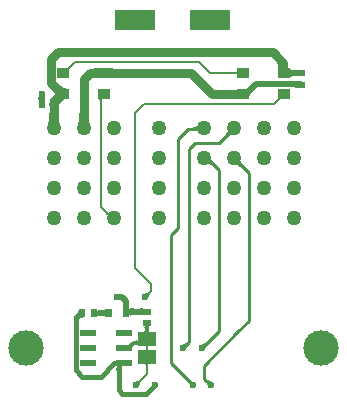
<source format=gbr>
%TF.GenerationSoftware,Altium Limited,Altium Designer,23.8.1 (32)*%
G04 Layer_Physical_Order=1*
G04 Layer_Color=255*
%FSLAX26Y26*%
%MOIN*%
%TF.SameCoordinates,B48688C3-A13A-492E-84A6-6931980A1D19*%
%TF.FilePolarity,Positive*%
%TF.FileFunction,Copper,L1,Top,Signal*%
%TF.Part,Single*%
G01*
G75*
%TA.AperFunction,SMDPad,CuDef*%
%ADD10R,0.052362X0.020866*%
%ADD11R,0.039370X0.033460*%
%ADD12R,0.023622X0.027559*%
%ADD13R,0.023622X0.031496*%
%ADD14R,0.135039X0.070079*%
%ADD15R,0.027559X0.023622*%
%ADD16R,0.008000X0.025000*%
%ADD17R,0.063000X0.046000*%
%ADD18C,0.050000*%
%TA.AperFunction,Conductor*%
%ADD19C,0.010000*%
%ADD20C,0.016000*%
%ADD21C,0.020000*%
%ADD22C,0.006786*%
%ADD23C,0.006786*%
%ADD24C,0.012000*%
%ADD25C,0.030000*%
%ADD26C,0.006870*%
%TA.AperFunction,ViaPad*%
%ADD27C,0.023622*%
%ADD28C,0.028000*%
%ADD29C,0.118110*%
G36*
X379249Y947569D02*
X379987Y937383D01*
X380326Y935746D01*
X380725Y934471D01*
X381187Y933560D01*
X381709Y933013D01*
X382294Y932829D01*
X349339Y932949D01*
X349219Y951024D01*
X379219D01*
X379249Y947569D01*
D02*
G37*
G36*
X-344474Y932949D02*
X-345834Y931540D01*
X-347971Y929014D01*
X-348748Y927897D01*
X-349331Y926877D01*
X-349720Y925954D01*
X-349914Y925128D01*
Y924399D01*
X-349720Y923768D01*
X-349331Y923233D01*
X-359047Y932949D01*
X-358513Y932560D01*
X-357881Y932366D01*
X-357152D01*
X-356327Y932560D01*
X-355404Y932949D01*
X-354383Y933532D01*
X-353266Y934309D01*
X-352052Y935281D01*
X-349331Y937807D01*
X-344474Y932949D01*
D02*
G37*
G36*
X388669Y931715D02*
X389269Y930612D01*
X390269Y929638D01*
X391669Y928794D01*
X393469Y928080D01*
X395669Y927495D01*
X398269Y927041D01*
X400511Y926798D01*
X409544Y927343D01*
X410544Y927614D01*
X411144Y927921D01*
X411344Y928265D01*
Y904883D01*
X411144Y905182D01*
X410544Y905449D01*
X409544Y905686D01*
X408144Y905890D01*
X404144Y906205D01*
X402791Y906231D01*
X398269Y905851D01*
X395669Y905380D01*
X393469Y904775D01*
X391669Y904035D01*
X390269Y903160D01*
X389269Y902151D01*
X388669Y901007D01*
X388469Y899729D01*
Y906021D01*
X379621Y905843D01*
Y927070D01*
X380038Y926953D01*
X381041Y926849D01*
X384809Y926677D01*
X388469Y926645D01*
Y932949D01*
X388669Y931715D01*
D02*
G37*
G36*
X211539Y909469D02*
X211470Y910122D01*
X211264Y910706D01*
X210920Y911221D01*
X210440Y911667D01*
X209821Y912045D01*
X209065Y912354D01*
X208172Y912595D01*
X207142Y912767D01*
X205974Y912870D01*
X204669Y912904D01*
Y919774D01*
X205974Y919808D01*
X207142Y919911D01*
X208172Y920083D01*
X209065Y920324D01*
X209821Y920633D01*
X210440Y921011D01*
X210920Y921457D01*
X211264Y921972D01*
X211470Y922556D01*
X211539Y923209D01*
Y909469D01*
D02*
G37*
G36*
X-211231Y932643D02*
X-210331Y932369D01*
X-208831Y932128D01*
X-206731Y931919D01*
X-196831Y931484D01*
X-181531Y931339D01*
Y901339D01*
X-211531Y899729D01*
Y932949D01*
X-211231Y932643D01*
D02*
G37*
G36*
X-250661Y899729D02*
X-250958Y900035D01*
X-251848Y900309D01*
X-253331Y900550D01*
X-255407Y900759D01*
X-265194Y901194D01*
X-280320Y901339D01*
Y931339D01*
X-250661Y932949D01*
Y899729D01*
D02*
G37*
G36*
X411464Y865864D02*
X411332Y866405D01*
X410941Y866889D01*
X410291Y867317D01*
X409382Y867687D01*
X408214Y868000D01*
X406788Y868257D01*
X405103Y868456D01*
X400957Y868684D01*
X398495Y868712D01*
Y888712D01*
X411344Y888895D01*
X411464Y865864D01*
D02*
G37*
G36*
X271882Y863854D02*
X267851Y859706D01*
X258305Y848388D01*
X255972Y844991D01*
X254063Y841783D01*
X252578Y838762D01*
X251517Y835930D01*
X250881Y833285D01*
X250669Y830829D01*
X229650Y863929D01*
X230913Y862528D01*
X232524Y861755D01*
X234483Y861611D01*
X236790Y862094D01*
X239444Y863206D01*
X242446Y864947D01*
X245797Y867315D01*
X249495Y870312D01*
X257934Y878191D01*
X271882Y863854D01*
D02*
G37*
G36*
X213422Y859000D02*
X214151Y858673D01*
X215030Y858384D01*
X216058Y858133D01*
X217236Y857921D01*
X220038Y857612D01*
X223437Y857458D01*
X225361Y857439D01*
Y837439D01*
X223437Y837420D01*
X217236Y836957D01*
X216058Y836745D01*
X215030Y836494D01*
X214151Y836205D01*
X213422Y835878D01*
X212842Y835511D01*
Y859367D01*
X213422Y859000D01*
D02*
G37*
G36*
X361890Y830949D02*
X361242Y831190D01*
X360524Y831267D01*
X359738Y831182D01*
X358882Y830935D01*
X357957Y830524D01*
X356962Y829951D01*
X355899Y829215D01*
X354767Y828317D01*
X353565Y827255D01*
X352294Y826031D01*
X344541Y827874D01*
X346027Y829408D01*
X348338Y832092D01*
X349161Y833243D01*
X349763Y834266D01*
X350145Y835162D01*
X350305Y835931D01*
X350244Y836571D01*
X349962Y837085D01*
X349459Y837470D01*
X361890Y830949D01*
D02*
G37*
G36*
X-430139Y842044D02*
X-429172Y826644D01*
X-428912Y826044D01*
X-428620Y825844D01*
X-452002D01*
X-451651Y826044D01*
X-451337Y826644D01*
X-451060Y827644D01*
X-450819Y829044D01*
X-450616Y830844D01*
X-450228Y838644D01*
X-450154Y845844D01*
X-430154D01*
X-430139Y842044D01*
D02*
G37*
G36*
X-237402Y830879D02*
X-237986Y830669D01*
X-238501Y830320D01*
X-238948Y829831D01*
X-239325Y829201D01*
X-239635Y828433D01*
X-239875Y827524D01*
X-240047Y826475D01*
X-240150Y825287D01*
X-240184Y823959D01*
X-247054D01*
X-247089Y825287D01*
X-247192Y826475D01*
X-247363Y827524D01*
X-247604Y828433D01*
X-247913Y829201D01*
X-248291Y829831D01*
X-248737Y830320D01*
X-249253Y830669D01*
X-249837Y830879D01*
X-250489Y830949D01*
X-236749D01*
X-237402Y830879D01*
D02*
G37*
G36*
X-384252Y881232D02*
X-376030Y874443D01*
X-372018Y871686D01*
X-368072Y869352D01*
X-364192Y867443D01*
X-360378Y865958D01*
X-356630Y864897D01*
X-352948Y864261D01*
X-349331Y864049D01*
X-374714Y842500D01*
X-372141Y837699D01*
X-365392Y830949D01*
X-365779Y830892D01*
X-366592Y830373D01*
X-367833Y829394D01*
X-371593Y826050D01*
X-373768Y823931D01*
X-381614Y814815D01*
X-383947Y811554D01*
X-385856Y808512D01*
X-387341Y805688D01*
X-388402Y803082D01*
X-389038Y800694D01*
X-389250Y798525D01*
X-412632Y825844D01*
X-412699Y826162D01*
X-412089Y827116D01*
X-410803Y828707D01*
X-409259Y830414D01*
X-409675Y830829D01*
X-394903Y846803D01*
X-396098Y848551D01*
X-398856Y852150D01*
X-405644Y859898D01*
X-409675Y864049D01*
X-388461Y885262D01*
X-384252Y881232D01*
D02*
G37*
G36*
X-284951Y776377D02*
X-283859Y758930D01*
X-283358Y755718D01*
X-282767Y752966D01*
X-282084Y750674D01*
X-281311Y748843D01*
X-280446Y747471D01*
X-319546D01*
X-318682Y748843D01*
X-317908Y750674D01*
X-317226Y752966D01*
X-316634Y755718D01*
X-316134Y758930D01*
X-315406Y766734D01*
X-315042Y776377D01*
X-314996Y781889D01*
X-284996D01*
X-284951Y776377D01*
D02*
G37*
G36*
X-384951D02*
X-383859Y758930D01*
X-383358Y755718D01*
X-382767Y752966D01*
X-382084Y750674D01*
X-381311Y748843D01*
X-380446Y747471D01*
X-419546D01*
X-418682Y748843D01*
X-417908Y750674D01*
X-417226Y752966D01*
X-416634Y755718D01*
X-416134Y758930D01*
X-415406Y766734D01*
X-415042Y776377D01*
X-414996Y781889D01*
X-384996D01*
X-384951Y776377D01*
D02*
G37*
G36*
X90885Y721266D02*
X89840Y722106D01*
X88764Y722857D01*
X87658Y723520D01*
X86521Y724095D01*
X85353Y724581D01*
X84154Y724979D01*
X82925Y725288D01*
X81665Y725509D01*
X80374Y725642D01*
X79053Y725686D01*
X78129Y735686D01*
X79475Y735737D01*
X80767Y735890D01*
X82007Y736145D01*
X83194Y736503D01*
X84328Y736963D01*
X85408Y737525D01*
X86436Y738189D01*
X87411Y738955D01*
X88332Y739823D01*
X89201Y740793D01*
X90885Y721266D01*
D02*
G37*
G36*
X77599Y720798D02*
X77045Y721727D01*
X76352Y722558D01*
X75519Y723291D01*
X74547Y723926D01*
X73436Y724464D01*
X72185Y724904D01*
X70794Y725246D01*
X69264Y725490D01*
X67595Y725637D01*
X65786Y725686D01*
X65294Y735686D01*
X67101Y735737D01*
X68758Y735889D01*
X70266Y736144D01*
X71624Y736500D01*
X72833Y736958D01*
X73893Y737518D01*
X74803Y738179D01*
X75563Y738943D01*
X76175Y739808D01*
X76636Y740775D01*
X77599Y720798D01*
D02*
G37*
G36*
X199864Y717890D02*
X198539Y717855D01*
X197253Y717722D01*
X196005Y717493D01*
X194796Y717166D01*
X193626Y716743D01*
X192494Y716222D01*
X191401Y715604D01*
X190346Y714889D01*
X189330Y714077D01*
X188353Y713167D01*
X181282Y720238D01*
X182191Y721216D01*
X183004Y722231D01*
X183719Y723286D01*
X184337Y724379D01*
X184857Y725511D01*
X185281Y726681D01*
X185608Y727890D01*
X185837Y729138D01*
X185970Y730424D01*
X186005Y731749D01*
X199864Y717890D01*
D02*
G37*
G36*
X190873Y708616D02*
X189842Y708928D01*
X188779Y709068D01*
X187685Y709034D01*
X186559Y708828D01*
X185402Y708449D01*
X184214Y707897D01*
X182995Y707173D01*
X181744Y706275D01*
X180461Y705205D01*
X179148Y703962D01*
X172077Y711033D01*
X173320Y712347D01*
X174390Y713629D01*
X175287Y714880D01*
X176012Y716100D01*
X176564Y717288D01*
X176943Y718445D01*
X177149Y719570D01*
X177182Y720664D01*
X177043Y721727D01*
X176731Y722758D01*
X190873Y708616D01*
D02*
G37*
G36*
X112874Y637520D02*
X113878Y635951D01*
X114480Y635119D01*
X116686Y632436D01*
X118491Y630490D01*
X119494Y629470D01*
X117199Y617623D01*
X116170Y618574D01*
X115148Y619363D01*
X114133Y619991D01*
X113123Y620459D01*
X112120Y620765D01*
X111123Y620909D01*
X110131Y620893D01*
X109147Y620716D01*
X108168Y620377D01*
X107195Y619877D01*
X112472Y638257D01*
X112874Y637520D01*
D02*
G37*
G36*
X214038Y630424D02*
X214171Y629138D01*
X214400Y627890D01*
X214726Y626681D01*
X215150Y625511D01*
X215671Y624379D01*
X216289Y623286D01*
X217004Y622231D01*
X217816Y621216D01*
X218726Y620238D01*
X211655Y613167D01*
X210677Y614077D01*
X209661Y614889D01*
X208607Y615604D01*
X207514Y616222D01*
X206382Y616743D01*
X205212Y617166D01*
X204003Y617493D01*
X202755Y617722D01*
X201469Y617855D01*
X200144Y617890D01*
X214003Y631749D01*
X214038Y630424D01*
D02*
G37*
G36*
X124889Y628658D02*
X125011Y627574D01*
X125275Y626462D01*
X125680Y625321D01*
X126227Y624151D01*
X126916Y622953D01*
X127747Y621726D01*
X128720Y620470D01*
X129834Y619186D01*
X131091Y617873D01*
X126156Y608665D01*
X124844Y609904D01*
X123584Y610945D01*
X122374Y611788D01*
X121216Y612433D01*
X120109Y612880D01*
X119054Y613130D01*
X118049Y613181D01*
X117096Y613035D01*
X116195Y612691D01*
X115344Y612149D01*
X124909Y629713D01*
X124889Y628658D01*
D02*
G37*
G36*
X222965Y621727D02*
X222825Y620664D01*
X222859Y619570D01*
X223065Y618444D01*
X223444Y617288D01*
X223996Y616099D01*
X224720Y614880D01*
X225618Y613629D01*
X226688Y612347D01*
X227931Y611033D01*
X220860Y603962D01*
X219546Y605205D01*
X218264Y606275D01*
X217013Y607172D01*
X215793Y607897D01*
X214605Y608449D01*
X213448Y608828D01*
X212323Y609034D01*
X211229Y609067D01*
X210166Y608928D01*
X209135Y608616D01*
X223277Y622758D01*
X222965Y621727D01*
D02*
G37*
G36*
X-222006Y453156D02*
X-221127Y452425D01*
X-220286Y451832D01*
X-219484Y451376D01*
X-218719Y451057D01*
X-217993Y450876D01*
X-217306Y450832D01*
X-216656Y450925D01*
X-216045Y451155D01*
X-215472Y451523D01*
X-223510Y440380D01*
X-223329Y441057D01*
X-223266Y441761D01*
X-223320Y442492D01*
X-223492Y443251D01*
X-223781Y444036D01*
X-224187Y444849D01*
X-224711Y445689D01*
X-225352Y446556D01*
X-226111Y447450D01*
X-226987Y448372D01*
X-222924Y454024D01*
X-222006Y453156D01*
D02*
G37*
G36*
X-215306Y446507D02*
X-214324Y445825D01*
X-213276Y445280D01*
X-212164Y444870D01*
X-210986Y444596D01*
X-209744Y444459D01*
X-208437Y444457D01*
X-207065Y444591D01*
X-205628Y444860D01*
X-204126Y445266D01*
X-213453Y428028D01*
X-214008Y429876D01*
X-215749Y434682D01*
X-216355Y436037D01*
X-217606Y438378D01*
X-218251Y439363D01*
X-218909Y440226D01*
X-219580Y440965D01*
X-216224Y447324D01*
X-215306Y446507D01*
D02*
G37*
G36*
X-79079Y180612D02*
X-79775Y179846D01*
X-80396Y179018D01*
X-80943Y178127D01*
X-81415Y177172D01*
X-81812Y176154D01*
X-82135Y175073D01*
X-82382Y173929D01*
X-82556Y172722D01*
X-82654Y171452D01*
X-82678Y170118D01*
X-94370Y181810D01*
X-93037Y181834D01*
X-91766Y181933D01*
X-90559Y182106D01*
X-89415Y182353D01*
X-88334Y182676D01*
X-87316Y183073D01*
X-86361Y183545D01*
X-85470Y184092D01*
X-84642Y184714D01*
X-83877Y185410D01*
X-79079Y180612D01*
D02*
G37*
G36*
X-148218Y150017D02*
X-147153Y134617D01*
X-146865Y134017D01*
X-146544Y133817D01*
X-169926D01*
X-169605Y134017D01*
X-169317Y134617D01*
X-169064Y135617D01*
X-168844Y137017D01*
X-168658Y138817D01*
X-168303Y146617D01*
X-168235Y153817D01*
X-148235D01*
X-148218Y150017D01*
D02*
G37*
G36*
X-227013Y102561D02*
X-227173Y103880D01*
X-227653Y105060D01*
X-228453Y106102D01*
X-229573Y107004D01*
X-231013Y107768D01*
X-232773Y108392D01*
X-234853Y108878D01*
X-237253Y109225D01*
X-239973Y109434D01*
X-240284Y109441D01*
X-240342Y109439D01*
X-245462Y108932D01*
X-247542Y108488D01*
X-249302Y107916D01*
X-250742Y107219D01*
X-251862Y106394D01*
X-252662Y105442D01*
X-253142Y104363D01*
X-253302Y103157D01*
Y130476D01*
X-253142Y129531D01*
X-252662Y128686D01*
X-251862Y127940D01*
X-250742Y127293D01*
X-249302Y126746D01*
X-247542Y126299D01*
X-245462Y125951D01*
X-243062Y125702D01*
X-239860Y125591D01*
X-237220Y125823D01*
X-234805Y126223D01*
X-232711Y126783D01*
X-230938Y127503D01*
X-229487Y128383D01*
X-228357Y129423D01*
X-227548Y130623D01*
X-227060Y131983D01*
X-226893Y133503D01*
X-227013Y102561D01*
D02*
G37*
G36*
X-103656Y109883D02*
X-103856Y110204D01*
X-104456Y110492D01*
X-105456Y110745D01*
X-106856Y110965D01*
X-108656Y111151D01*
X-116456Y111506D01*
X-123656Y111574D01*
Y131574D01*
X-119856Y131591D01*
X-104456Y132656D01*
X-103856Y132944D01*
X-103656Y133265D01*
Y109883D01*
D02*
G37*
G36*
X-305615Y103157D02*
X-306097Y103924D01*
X-306778Y104362D01*
X-307656Y104471D01*
X-308732Y104250D01*
X-310006Y103700D01*
X-311478Y102820D01*
X-313148Y101611D01*
X-315015Y100073D01*
X-319343Y96007D01*
X-330657Y107321D01*
X-327537Y110507D01*
X-320390Y118641D01*
X-318745Y120878D01*
X-317469Y122878D01*
X-316562Y124640D01*
X-316024Y126165D01*
X-315854Y127453D01*
X-316054Y128504D01*
X-305615Y103157D01*
D02*
G37*
G36*
X-146344Y133391D02*
X-145744Y133010D01*
X-144744Y132673D01*
X-143344Y132382D01*
X-141544Y132135D01*
X-136744Y131776D01*
X-126544Y131574D01*
Y111574D01*
X-130344Y111484D01*
X-133744Y111213D01*
X-136744Y110763D01*
X-139344Y110132D01*
X-141544Y109321D01*
X-143344Y108329D01*
X-144744Y107158D01*
X-145744Y105806D01*
X-146344Y104274D01*
X-146544Y102561D01*
Y133817D01*
X-146344Y133391D01*
D02*
G37*
G36*
X-79136Y70393D02*
X-80156Y70033D01*
X-81056Y69433D01*
X-81836Y68593D01*
X-82496Y67513D01*
X-83036Y66193D01*
X-83456Y64633D01*
X-83756Y62833D01*
X-83858Y61681D01*
X-83756Y60517D01*
X-83456Y58699D01*
X-83036Y57123D01*
X-82496Y55790D01*
X-81836Y54699D01*
X-81056Y53851D01*
X-80156Y53245D01*
X-79136Y52881D01*
X-77996Y52760D01*
X-101996D01*
X-100856Y52881D01*
X-99836Y53245D01*
X-98936Y53851D01*
X-98156Y54699D01*
X-97496Y55790D01*
X-96956Y57123D01*
X-96536Y58699D01*
X-96236Y60517D01*
X-96135Y61681D01*
X-96236Y62833D01*
X-96536Y64633D01*
X-96956Y66193D01*
X-97496Y67513D01*
X-98156Y68593D01*
X-98936Y69433D01*
X-99836Y70033D01*
X-100856Y70393D01*
X-101996Y70513D01*
X-77996D01*
X-79136Y70393D01*
D02*
G37*
G36*
X-121376Y7120D02*
X-121487Y8085D01*
X-121820Y8949D01*
X-122374Y9711D01*
X-123151Y10371D01*
X-124149Y10930D01*
X-125369Y11387D01*
X-126811Y11742D01*
X-128474Y11996D01*
X-130050Y12124D01*
X-132173Y9935D01*
X-135877Y5649D01*
X-137227Y3788D01*
X-138243Y2117D01*
X-138924Y634D01*
X-139271Y-661D01*
X-139283Y-1766D01*
X-138962Y-2684D01*
X-138305Y-3412D01*
X-156127Y10313D01*
X-155191Y9864D01*
X-154032Y9784D01*
X-152650Y10073D01*
X-151044Y10732D01*
X-149214Y11760D01*
X-147160Y13158D01*
X-144883Y14925D01*
X-139658Y19567D01*
X-136709Y22442D01*
X-132467Y16234D01*
Y24200D01*
X-130360Y24250D01*
X-128474Y24403D01*
X-126811Y24658D01*
X-125369Y25014D01*
X-124149Y25472D01*
X-123151Y26032D01*
X-122374Y26694D01*
X-121820Y27457D01*
X-121487Y28323D01*
X-121376Y29290D01*
Y7120D01*
D02*
G37*
G36*
X47353Y9687D02*
X46527Y8812D01*
X45794Y7934D01*
X45154Y7051D01*
X44608Y6164D01*
X44154Y5273D01*
X43794Y4377D01*
X43526Y3478D01*
X43352Y2574D01*
X43271Y1667D01*
X43283Y755D01*
X30977Y11800D01*
X31884Y11881D01*
X32787Y12045D01*
X33686Y12292D01*
X34581Y12621D01*
X35471Y13034D01*
X36357Y13529D01*
X37239Y14107D01*
X38117Y14767D01*
X38990Y15510D01*
X39860Y16336D01*
X47353Y9687D01*
D02*
G37*
G36*
X110601Y9042D02*
X109775Y8170D01*
X109037Y7293D01*
X108388Y6412D01*
X107826Y5527D01*
X107351Y4637D01*
X106965Y3742D01*
X106667Y2843D01*
X106456Y1939D01*
X106333Y1031D01*
X106299Y118D01*
X94606Y11810D01*
X95519Y11845D01*
X96427Y11968D01*
X97331Y12178D01*
X98230Y12477D01*
X99125Y12863D01*
X100015Y13337D01*
X100901Y13899D01*
X101782Y14549D01*
X102658Y15287D01*
X103530Y16113D01*
X110601Y9042D01*
D02*
G37*
G36*
X-190308Y-59101D02*
X-190390Y-59078D01*
X-190637Y-59057D01*
X-192368Y-59011D01*
X-198548Y-58981D01*
Y-42981D01*
X-190308Y-42861D01*
Y-59101D01*
D02*
G37*
G36*
X-83855Y-52829D02*
X-84432Y-53036D01*
X-84941Y-53382D01*
X-85382Y-53865D01*
X-85755Y-54486D01*
X-86060Y-55246D01*
X-86298Y-56144D01*
X-86468Y-57180D01*
X-86569Y-58354D01*
X-86603Y-59666D01*
X-93389D01*
X-93423Y-58354D01*
X-93525Y-57180D01*
X-93695Y-56144D01*
X-93932Y-55246D01*
X-94238Y-54486D01*
X-94611Y-53865D01*
X-95052Y-53382D01*
X-95561Y-53036D01*
X-96138Y-52829D01*
X-96782Y-52760D01*
X-83210D01*
X-83855Y-52829D01*
D02*
G37*
G36*
X-168067Y-60361D02*
X-169428Y-60851D01*
X-170627Y-61661D01*
X-171667Y-62791D01*
X-172548Y-64243D01*
X-173268Y-66016D01*
X-173827Y-68109D01*
X-174227Y-70523D01*
X-174468Y-73257D01*
X-174548Y-76313D01*
X-190548D01*
X-190428Y-60313D01*
X-166548Y-60193D01*
X-168067Y-60361D01*
D02*
G37*
G36*
X54822Y-107824D02*
X55699Y-108562D01*
X56580Y-109212D01*
X57465Y-109774D01*
X58355Y-110248D01*
X59250Y-110634D01*
X60149Y-110933D01*
X61053Y-111143D01*
X61961Y-111266D01*
X62874Y-111300D01*
X51182Y-122993D01*
X51147Y-122080D01*
X51024Y-121172D01*
X50814Y-120268D01*
X50515Y-119369D01*
X50129Y-118474D01*
X49655Y-117584D01*
X49093Y-116698D01*
X48443Y-115817D01*
X47705Y-114941D01*
X46879Y-114069D01*
X53950Y-106998D01*
X54822Y-107824D01*
D02*
G37*
G36*
X-109587Y-112499D02*
X-110283Y-113265D01*
X-110904Y-114093D01*
X-111451Y-114984D01*
X-111923Y-115939D01*
X-112320Y-116957D01*
X-112643Y-118038D01*
X-112891Y-119182D01*
X-113064Y-120389D01*
X-113162Y-121659D01*
X-113186Y-122993D01*
X-124878Y-111300D01*
X-123545Y-111277D01*
X-122274Y-111178D01*
X-121067Y-111005D01*
X-119923Y-110757D01*
X-118842Y-110435D01*
X-117824Y-110037D01*
X-116870Y-109566D01*
X-115978Y-109019D01*
X-115150Y-108397D01*
X-114385Y-107701D01*
X-109587Y-112499D01*
D02*
G37*
G36*
X115371Y-109059D02*
X116253Y-109779D01*
X117134Y-110391D01*
X118013Y-110893D01*
X118891Y-111286D01*
X119768Y-111571D01*
X120644Y-111746D01*
X121518Y-111812D01*
X122391Y-111769D01*
X123263Y-111618D01*
X114439Y-125602D01*
X114224Y-124764D01*
X113941Y-123923D01*
X113589Y-123080D01*
X113169Y-122233D01*
X112680Y-121383D01*
X112122Y-120530D01*
X111496Y-119675D01*
X110038Y-117954D01*
X109206Y-117089D01*
X114487Y-108229D01*
X115371Y-109059D01*
D02*
G37*
G36*
X-63110Y-136810D02*
X-63231Y-136860D01*
X-63445Y-137009D01*
X-63752Y-137259D01*
X-65227Y-138609D01*
X-68490Y-141812D01*
X-79804Y-130498D01*
X-74802Y-125118D01*
X-63110Y-136810D01*
D02*
G37*
D10*
X-164366Y-50000D02*
D03*
X-284445D02*
D03*
Y0D02*
D03*
Y50000D02*
D03*
X-164366D02*
D03*
Y0D02*
D03*
D11*
X231104Y916339D02*
D03*
X368904D02*
D03*
X231104Y847439D02*
D03*
X368904D02*
D03*
X-231096Y847439D02*
D03*
X-368896D02*
D03*
X-231096Y916339D02*
D03*
X-368896D02*
D03*
D12*
X-264993Y116817D02*
D03*
X-304363D02*
D03*
X-440311Y812184D02*
D03*
X-400941D02*
D03*
D13*
X-215322Y118189D02*
D03*
X-158235D02*
D03*
D14*
X-129996Y1091889D02*
D03*
X120004D02*
D03*
D15*
X-89996Y121574D02*
D03*
Y82204D02*
D03*
X425004Y877204D02*
D03*
Y916574D02*
D03*
D16*
X-89996Y0D02*
D03*
D17*
Y-30000D02*
D03*
Y30000D02*
D03*
D18*
X-49996Y431889D02*
D03*
Y631889D02*
D03*
Y531889D02*
D03*
Y731889D02*
D03*
X400004Y431889D02*
D03*
Y631889D02*
D03*
Y731889D02*
D03*
X200004Y431889D02*
D03*
X300004D02*
D03*
Y631889D02*
D03*
Y531889D02*
D03*
X400004D02*
D03*
X300004Y731889D02*
D03*
X200004D02*
D03*
X100004D02*
D03*
Y431889D02*
D03*
Y631889D02*
D03*
Y531889D02*
D03*
X200004D02*
D03*
Y631889D02*
D03*
X-199996Y431889D02*
D03*
X-299996Y531889D02*
D03*
Y431889D02*
D03*
X-399996D02*
D03*
Y731889D02*
D03*
X-299996Y631889D02*
D03*
X-399996D02*
D03*
Y531889D02*
D03*
X-199996Y631889D02*
D03*
X-299996Y731889D02*
D03*
X-199996D02*
D03*
Y531889D02*
D03*
D19*
X-9996Y-50123D02*
Y376889D01*
Y-50123D02*
X62992Y-123111D01*
X94488Y0D02*
X150004Y55516D01*
Y591889D01*
X31496Y0D02*
Y901D01*
X50004Y19409D02*
Y661889D01*
X31496Y901D02*
X50004Y19409D01*
X109868Y-110680D02*
X122298Y-123111D01*
X125984D01*
X107569Y-110680D02*
X109868D01*
X100004Y-103115D02*
X107569Y-110680D01*
X100004Y-103115D02*
Y-58891D01*
X214563Y55669D02*
X250004Y91109D01*
Y581889D01*
X200004Y631889D02*
X250004Y581889D01*
X13675Y695560D02*
X48800Y730686D01*
X13675Y400560D02*
Y695560D01*
X48800Y730686D02*
X98801D01*
X-9996Y376889D02*
X13675Y400560D01*
X214563Y55669D02*
X214563D01*
X100004Y-58891D02*
X214563Y55669D01*
X50004Y661889D02*
X70004Y681889D01*
X150004D01*
X110004Y631889D02*
X150004Y591889D01*
X100004Y631889D02*
X110004D01*
X200004Y731889D02*
X200004D01*
X150004Y681889D02*
X200004Y731889D01*
X98801Y730686D02*
X100004Y731889D01*
D20*
X-170762Y-153111D02*
X-91103D01*
X-62992Y-125000D01*
X-181095Y-50981D02*
X-180114Y-50000D01*
X-182548Y-52433D02*
X-181095Y-50981D01*
X-308174Y111037D02*
X-304363Y114848D01*
X-315627Y111037D02*
X-308174D01*
X-304363Y114848D02*
Y116817D01*
X-325000Y-75000D02*
Y101664D01*
X-315627Y111037D01*
X-264993Y116817D02*
X-264306Y117503D01*
X-216008D01*
X-215322Y118189D01*
X-325000Y-75000D02*
X-304370Y-95630D01*
X-243197D01*
X-198548Y-50981D01*
X-181095D01*
X-182548Y-141326D02*
Y-52433D01*
X-180114Y-50000D02*
X-164366D01*
X-182548Y-141326D02*
X-170762Y-153111D01*
D21*
X-171177Y169307D02*
X-158235Y156365D01*
X-188283Y169307D02*
X-171177D01*
X-188976Y170000D02*
X-188283Y169307D01*
X-158235Y118189D02*
Y156365D01*
Y118189D02*
Y119763D01*
X203746Y847439D02*
X225361D01*
X232091Y854169D01*
X-158235Y119763D02*
X-156424Y121574D01*
X-89996D01*
X423495Y878712D02*
X425004Y877204D01*
X273164Y879279D02*
X397929D01*
X248054Y854169D02*
X273164Y879279D01*
X397929D02*
X398495Y878712D01*
X423495D01*
X369021Y916457D02*
X424886D01*
X368904Y916339D02*
X369021Y916457D01*
X424886D02*
X425004Y916574D01*
X232091Y854169D02*
X248054D01*
X98801Y876787D02*
X101183Y879169D01*
X-440154Y812342D02*
Y847281D01*
X-439996Y847439D01*
X-440311Y812184D02*
X-440154Y812342D01*
D22*
X-94488Y170000D02*
X-74996Y189492D01*
Y211889D01*
X-99996Y811889D02*
X333354D01*
X368904Y847439D01*
X-129996Y781889D02*
X-99996Y811889D01*
X-129996Y266889D02*
Y781889D01*
Y266889D02*
X-74996Y211889D01*
D23*
X-89996Y-30000D02*
Y-24220D01*
Y-88111D02*
Y-30000D01*
X-124996Y-123111D02*
X-89996Y-88111D01*
D24*
X-132467Y18200D02*
X-115496D01*
X-103696Y30000D02*
X-89996D01*
X-164397Y0D02*
X-148618D01*
X-144185Y6481D02*
X-132467Y18200D01*
X-144185Y4433D02*
Y6481D01*
X-115496Y18200D02*
X-103696Y30000D01*
X-148618Y0D02*
X-144185Y4433D01*
X-89996Y35780D02*
Y82204D01*
X-93887Y31889D02*
X-89996Y35780D01*
X-199996Y431889D02*
Y436889D01*
D25*
X365831Y916457D02*
X369021D01*
X364219Y918069D02*
X365831Y916457D01*
X364219Y918069D02*
Y951024D01*
X329919Y985324D02*
X364219Y951024D01*
X-386561Y985324D02*
X329919D01*
X128149Y847439D02*
X203746D01*
X98801Y876787D02*
X128149Y847439D01*
X-408581Y963304D02*
X-386561Y985324D01*
X-408581Y884169D02*
Y963304D01*
Y884169D02*
X-371851Y847439D01*
X-368896D01*
X-400941Y812184D02*
X-399996D01*
Y819294D01*
Y731889D02*
Y812184D01*
X59249Y916339D02*
X98801Y876787D01*
X-399996Y819294D02*
X-371851Y847439D01*
X-231096Y916339D02*
X59249D01*
X-280320D02*
X-231096D01*
X-299996Y731889D02*
Y896663D01*
X-280320Y916339D01*
D26*
X121686D02*
X214769D01*
X86136Y951889D02*
X121686Y916339D01*
X-330391Y951889D02*
X86136D01*
X-365941Y916339D02*
X-330391Y951889D01*
X-368896Y916339D02*
X-365941D01*
X-243619Y469861D02*
X-205647Y431889D01*
X-243619Y834916D02*
X-231096Y847439D01*
X-243619Y469861D02*
Y834916D01*
X-205647Y431889D02*
X-199996D01*
D27*
X-62992Y-125000D02*
D03*
X-188976Y170000D02*
D03*
X-94488D02*
D03*
X94488Y0D02*
D03*
X31496D02*
D03*
X125984Y-123111D02*
D03*
X62992D02*
D03*
X-124996D02*
D03*
X-439996Y847439D02*
D03*
D28*
X-399996Y431889D02*
D03*
X-49996Y731889D02*
D03*
Y631889D02*
D03*
Y531889D02*
D03*
Y431889D02*
D03*
X300004Y731889D02*
D03*
X400004D02*
D03*
X100004Y431889D02*
D03*
X200004D02*
D03*
X400004D02*
D03*
X200004Y731889D02*
D03*
X100004Y531889D02*
D03*
X200004D02*
D03*
X100004Y731889D02*
D03*
X300004Y631889D02*
D03*
X400004D02*
D03*
Y531889D02*
D03*
X300004D02*
D03*
X200004Y631889D02*
D03*
X300004Y431889D02*
D03*
X100004Y631889D02*
D03*
X-199996Y431889D02*
D03*
X-299996D02*
D03*
Y531889D02*
D03*
X-399996Y731889D02*
D03*
Y631889D02*
D03*
X-299996D02*
D03*
X-199996D02*
D03*
Y531889D02*
D03*
X-399996D02*
D03*
X-299996Y731889D02*
D03*
X-199996D02*
D03*
D29*
X492126Y0D02*
D03*
X-492126D02*
D03*
%TF.MD5,972c3748ccf03559323e7d426468c1c4*%
M02*

</source>
